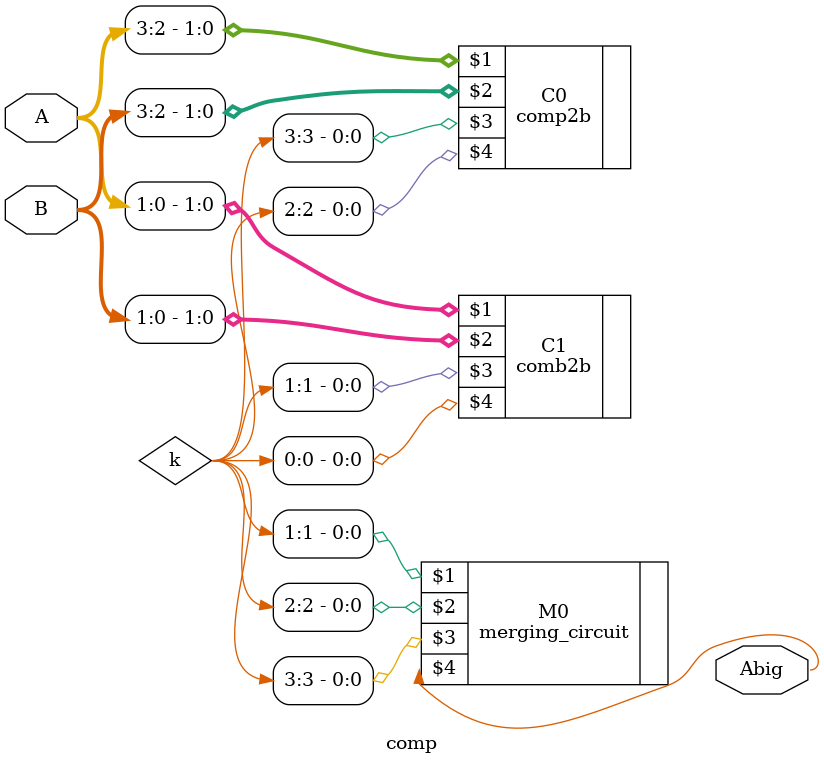
<source format=v>
`include "comp2b.v"
`include "merging_circuit.v"

module comp
(
	input wire [3:0] A,
	input wire [3:0] B,
	output wire Abig
);
//signals
wire [3:0] k;
//instantiation
comp2b C0 (A[3:2], B[3:2], k[3], k[2]);
comb2b C1 (A[1:0], B[1:0], k[1], k[0]);
merging_circuit M0 (k[1], k[2], k[3], Abig);

endmodule
</source>
